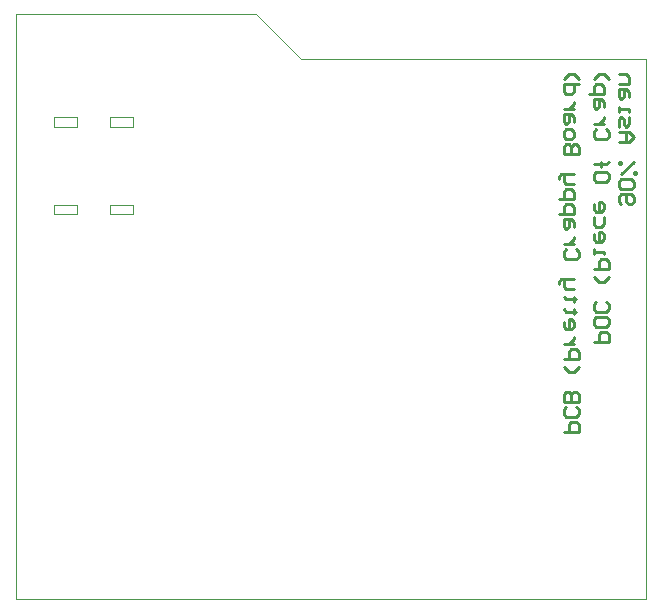
<source format=gbo>
G04*
G04 #@! TF.GenerationSoftware,Altium Limited,Altium Designer,19.1.8 (144)*
G04*
G04 Layer_Color=32896*
%FSLAX25Y25*%
%MOIN*%
G70*
G01*
G75*
%ADD11C,0.01000*%
%ADD16C,0.00050*%
%ADD17C,0.00000*%
D11*
X201861Y131681D02*
X201028Y132514D01*
Y134180D01*
X201861Y135013D01*
X205194D01*
X206027Y134180D01*
Y132514D01*
X205194Y131681D01*
X204361D01*
X203528Y132514D01*
Y135013D01*
X205194Y136679D02*
X206027Y137512D01*
Y139178D01*
X205194Y140011D01*
X201861D01*
X201028Y139178D01*
Y137512D01*
X201861Y136679D01*
X205194D01*
X201861Y141677D02*
X206027Y145843D01*
Y141677D02*
X206860D01*
Y142510D01*
X206027D01*
Y141677D01*
X201028Y145010D02*
X201861D01*
Y145843D01*
X201028D01*
Y145010D01*
Y152507D02*
X204361D01*
X206027Y154173D01*
X204361Y155840D01*
X201028D01*
X203528D01*
Y152507D01*
X201028Y157506D02*
Y160005D01*
X201861Y160838D01*
X202695Y160005D01*
Y158339D01*
X203528Y157506D01*
X204361Y158339D01*
Y160838D01*
X201028Y162504D02*
Y164170D01*
Y163337D01*
X204361D01*
Y162504D01*
Y167502D02*
Y169169D01*
X203528Y170002D01*
X201028D01*
Y167502D01*
X201861Y166669D01*
X202695Y167502D01*
Y170002D01*
X201028Y171668D02*
X204361D01*
Y174167D01*
X203528Y175000D01*
X201028D01*
X192630Y85862D02*
X197629D01*
Y88361D01*
X196796Y89195D01*
X195130D01*
X194297Y88361D01*
Y85862D01*
X197629Y93360D02*
Y91694D01*
X196796Y90861D01*
X193463D01*
X192630Y91694D01*
Y93360D01*
X193463Y94193D01*
X196796D01*
X197629Y93360D01*
X196796Y99191D02*
X197629Y98358D01*
Y96692D01*
X196796Y95859D01*
X193463D01*
X192630Y96692D01*
Y98358D01*
X193463Y99191D01*
X192630Y107522D02*
X194297Y105856D01*
X195963D01*
X197629Y107522D01*
X192630Y110021D02*
X197629D01*
Y112520D01*
X196796Y113353D01*
X195130D01*
X194297Y112520D01*
Y110021D01*
X192630Y115019D02*
Y116686D01*
Y115852D01*
X195963D01*
Y115019D01*
X192630Y121684D02*
Y120018D01*
X193463Y119185D01*
X195130D01*
X195963Y120018D01*
Y121684D01*
X195130Y122517D01*
X194297D01*
Y119185D01*
X195963Y127515D02*
Y125016D01*
X195130Y124183D01*
X193463D01*
X192630Y125016D01*
Y127515D01*
Y131681D02*
Y130015D01*
X193463Y129182D01*
X195130D01*
X195963Y130015D01*
Y131681D01*
X195130Y132514D01*
X194297D01*
Y129182D01*
X197629Y141677D02*
Y140011D01*
X196796Y139178D01*
X193463D01*
X192630Y140011D01*
Y141677D01*
X193463Y142510D01*
X196796D01*
X197629Y141677D01*
X192630Y145010D02*
X196796D01*
X195130D01*
Y144177D01*
Y145843D01*
Y145010D01*
X196796D01*
X197629Y145843D01*
X196796Y156673D02*
X197629Y155840D01*
Y154173D01*
X196796Y153340D01*
X193463D01*
X192630Y154173D01*
Y155840D01*
X193463Y156673D01*
X195963Y158339D02*
X192630D01*
X194297D01*
X195130Y159172D01*
X195963Y160005D01*
Y160838D01*
Y164170D02*
Y165836D01*
X195130Y166669D01*
X192630D01*
Y164170D01*
X193463Y163337D01*
X194297Y164170D01*
Y166669D01*
X190964Y168335D02*
X195963D01*
Y170835D01*
X195130Y171668D01*
X193463D01*
X192630Y170835D01*
Y168335D01*
Y173334D02*
X194297Y175000D01*
X195963D01*
X197629Y173334D01*
X182566Y55872D02*
X187565D01*
Y58371D01*
X186731Y59204D01*
X185065D01*
X184232Y58371D01*
Y55872D01*
X186731Y64203D02*
X187565Y63370D01*
Y61703D01*
X186731Y60870D01*
X183399D01*
X182566Y61703D01*
Y63370D01*
X183399Y64203D01*
X187565Y65869D02*
X182566D01*
Y68368D01*
X183399Y69201D01*
X184232D01*
X185065Y68368D01*
Y65869D01*
Y68368D01*
X185898Y69201D01*
X186731D01*
X187565Y68368D01*
Y65869D01*
X182566Y77532D02*
X184232Y75865D01*
X185898D01*
X187565Y77532D01*
X182566Y80031D02*
X187565D01*
Y82530D01*
X186731Y83363D01*
X185065D01*
X184232Y82530D01*
Y80031D01*
X185898Y85029D02*
X182566D01*
X184232D01*
X185065Y85862D01*
X185898Y86695D01*
Y87528D01*
X182566Y92527D02*
Y90861D01*
X183399Y90027D01*
X185065D01*
X185898Y90861D01*
Y92527D01*
X185065Y93360D01*
X184232D01*
Y90027D01*
X186731Y95859D02*
X185898D01*
Y95026D01*
Y96692D01*
Y95859D01*
X183399D01*
X182566Y96692D01*
X186731Y100024D02*
X185898D01*
Y99191D01*
Y100857D01*
Y100024D01*
X183399D01*
X182566Y100857D01*
X185898Y103357D02*
X183399D01*
X182566Y104190D01*
Y106689D01*
X181733D01*
X180900Y105856D01*
Y105023D01*
X182566Y106689D02*
X185898D01*
X186731Y116686D02*
X187565Y115852D01*
Y114186D01*
X186731Y113353D01*
X183399D01*
X182566Y114186D01*
Y115852D01*
X183399Y116686D01*
X185898Y118352D02*
X182566D01*
X184232D01*
X185065Y119185D01*
X185898Y120018D01*
Y120851D01*
Y124183D02*
Y125849D01*
X185065Y126682D01*
X182566D01*
Y124183D01*
X183399Y123350D01*
X184232Y124183D01*
Y126682D01*
X180900Y128349D02*
X185898D01*
Y130848D01*
X185065Y131681D01*
X183399D01*
X182566Y130848D01*
Y128349D01*
X180900Y133347D02*
X185898D01*
Y135846D01*
X185065Y136679D01*
X183399D01*
X182566Y135846D01*
Y133347D01*
X185898Y138345D02*
X183399D01*
X182566Y139178D01*
Y141677D01*
X181733D01*
X180900Y140844D01*
Y140011D01*
X182566Y141677D02*
X185898D01*
X187565Y148342D02*
X182566D01*
Y150841D01*
X183399Y151674D01*
X184232D01*
X185065Y150841D01*
Y148342D01*
Y150841D01*
X185898Y151674D01*
X186731D01*
X187565Y150841D01*
Y148342D01*
X182566Y154173D02*
Y155840D01*
X183399Y156673D01*
X185065D01*
X185898Y155840D01*
Y154173D01*
X185065Y153340D01*
X183399D01*
X182566Y154173D01*
X185898Y159172D02*
Y160838D01*
X185065Y161671D01*
X182566D01*
Y159172D01*
X183399Y158339D01*
X184232Y159172D01*
Y161671D01*
X185898Y163337D02*
X182566D01*
X184232D01*
X185065Y164170D01*
X185898Y165003D01*
Y165836D01*
X187565Y171668D02*
X182566D01*
Y169169D01*
X183399Y168335D01*
X185065D01*
X185898Y169169D01*
Y171668D01*
X182566Y173334D02*
X184232Y175000D01*
X185898D01*
X187565Y173334D01*
D16*
X0Y195000D02*
X80000D01*
X205000Y0D02*
X210000D01*
Y180000D01*
X205000D02*
X210000D01*
X95000D02*
X205000D01*
X0Y0D02*
X205000D01*
X80000Y195000D02*
X95000Y180000D01*
X0Y0D02*
Y195000D01*
D17*
X38941Y128425D02*
Y131575D01*
X31461D02*
X38941D01*
X31461Y128425D02*
Y131575D01*
Y128425D02*
X38941D01*
X20240Y157559D02*
Y160709D01*
X12760D02*
X20240D01*
X12760Y157559D02*
Y160709D01*
Y157559D02*
X20240D01*
X38941D02*
Y160709D01*
X31461D02*
X38941D01*
X31461Y157559D02*
Y160709D01*
Y157559D02*
X38941D01*
X20240Y128425D02*
Y131575D01*
X12760D02*
X20240D01*
X12760Y128425D02*
Y131575D01*
Y128425D02*
X20240D01*
M02*

</source>
